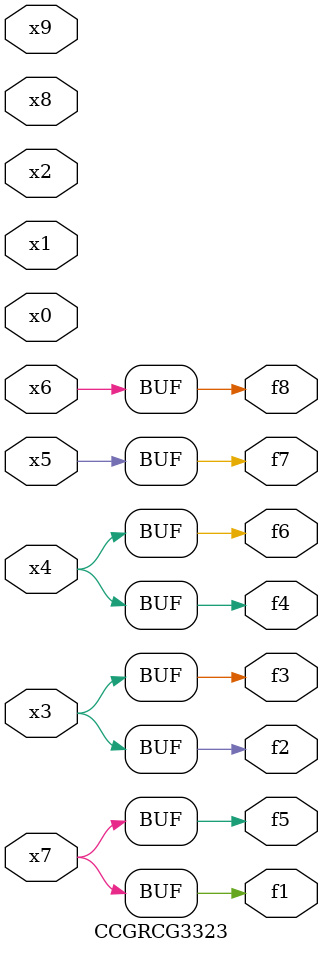
<source format=v>
module CCGRCG3323(
	input x0, x1, x2, x3, x4, x5, x6, x7, x8, x9,
	output f1, f2, f3, f4, f5, f6, f7, f8
);
	assign f1 = x7;
	assign f2 = x3;
	assign f3 = x3;
	assign f4 = x4;
	assign f5 = x7;
	assign f6 = x4;
	assign f7 = x5;
	assign f8 = x6;
endmodule

</source>
